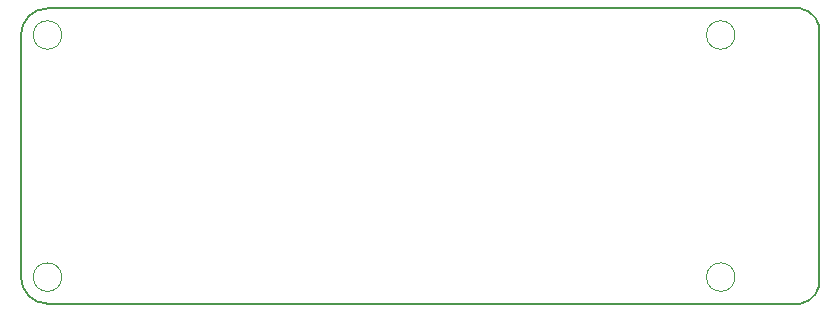
<source format=gbr>
G04 #@! TF.GenerationSoftware,KiCad,Pcbnew,(5.1.6)-1*
G04 #@! TF.CreationDate,2020-05-27T17:34:02-07:00*
G04 #@! TF.ProjectId,MKRShield_v1,4d4b5253-6869-4656-9c64-5f76312e6b69,0.1*
G04 #@! TF.SameCoordinates,Original*
G04 #@! TF.FileFunction,Paste,Bot*
G04 #@! TF.FilePolarity,Positive*
%FSLAX46Y46*%
G04 Gerber Fmt 4.6, Leading zero omitted, Abs format (unit mm)*
G04 Created by KiCad (PCBNEW (5.1.6)-1) date 2020-05-27 17:34:02*
%MOMM*%
%LPD*%
G01*
G04 APERTURE LIST*
G04 #@! TA.AperFunction,Profile*
%ADD10C,0.150000*%
G04 #@! TD*
G04 #@! TA.AperFunction,Profile*
%ADD11C,0.100000*%
G04 #@! TD*
G04 APERTURE END LIST*
D10*
X180687479Y-117503600D02*
X116937479Y-117503600D01*
X114687479Y-115253600D02*
X114687479Y-94753600D01*
X116937479Y-92503600D02*
X180687479Y-92503600D01*
X114687479Y-115253600D02*
G75*
G03*
X116937479Y-117503600I2250000J0D01*
G01*
X116937479Y-92503600D02*
G75*
G03*
X114687479Y-94753600I0J-2250000D01*
G01*
X180687479Y-117503600D02*
G75*
G03*
X182287479Y-115253600I-325000J1925000D01*
G01*
X180687479Y-92503600D02*
G75*
G02*
X182287479Y-94753600I-325000J-1925000D01*
G01*
X182287479Y-115253600D02*
X182287479Y-94753600D01*
D11*
G04 #@! TO.C,U$5*
X118143979Y-115253600D02*
G75*
G03*
X118143979Y-115253600I-1206500J0D01*
G01*
G04 #@! TO.C,U$6*
X118143979Y-94753600D02*
G75*
G03*
X118143979Y-94753600I-1206500J0D01*
G01*
G04 #@! TO.C,U$7*
X175143979Y-94753600D02*
G75*
G03*
X175143979Y-94753600I-1206500J0D01*
G01*
G04 #@! TO.C,U$8*
X175143979Y-115253600D02*
G75*
G03*
X175143979Y-115253600I-1206500J0D01*
G01*
G04 #@! TD*
M02*

</source>
